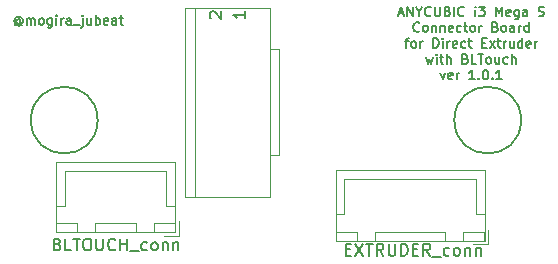
<source format=gto>
G04 #@! TF.GenerationSoftware,KiCad,Pcbnew,(5.1.2)-1*
G04 #@! TF.CreationDate,2020-09-10T07:29:52+09:00*
G04 #@! TF.ProjectId,Ai3MS_connector_board,4169334d-535f-4636-9f6e-6e6563746f72,rev?*
G04 #@! TF.SameCoordinates,PX7efb530PY7b459e0*
G04 #@! TF.FileFunction,Legend,Top*
G04 #@! TF.FilePolarity,Positive*
%FSLAX46Y46*%
G04 Gerber Fmt 4.6, Leading zero omitted, Abs format (unit mm)*
G04 Created by KiCad (PCBNEW (5.1.2)-1) date 2020-09-10 07:29:52*
%MOMM*%
%LPD*%
G04 APERTURE LIST*
%ADD10C,0.140000*%
%ADD11C,0.120000*%
%ADD12C,0.150000*%
G04 APERTURE END LIST*
D10*
X1916904Y20444048D02*
X1878809Y20482143D01*
X1802619Y20520239D01*
X1726428Y20520239D01*
X1650238Y20482143D01*
X1612142Y20444048D01*
X1574047Y20367858D01*
X1574047Y20291667D01*
X1612142Y20215477D01*
X1650238Y20177381D01*
X1726428Y20139286D01*
X1802619Y20139286D01*
X1878809Y20177381D01*
X1916904Y20215477D01*
X1916904Y20520239D02*
X1916904Y20215477D01*
X1955000Y20177381D01*
X1993095Y20177381D01*
X2069285Y20215477D01*
X2107380Y20291667D01*
X2107380Y20482143D01*
X2031190Y20596429D01*
X1916904Y20672620D01*
X1764523Y20710715D01*
X1612142Y20672620D01*
X1497857Y20596429D01*
X1421666Y20482143D01*
X1383571Y20329762D01*
X1421666Y20177381D01*
X1497857Y20063096D01*
X1612142Y19986905D01*
X1764523Y19948810D01*
X1916904Y19986905D01*
X2031190Y20063096D01*
X2450238Y20063096D02*
X2450238Y20596429D01*
X2450238Y20520239D02*
X2488333Y20558334D01*
X2564523Y20596429D01*
X2678809Y20596429D01*
X2755000Y20558334D01*
X2793095Y20482143D01*
X2793095Y20063096D01*
X2793095Y20482143D02*
X2831190Y20558334D01*
X2907380Y20596429D01*
X3021666Y20596429D01*
X3097857Y20558334D01*
X3135952Y20482143D01*
X3135952Y20063096D01*
X3631190Y20063096D02*
X3555000Y20101191D01*
X3516904Y20139286D01*
X3478809Y20215477D01*
X3478809Y20444048D01*
X3516904Y20520239D01*
X3555000Y20558334D01*
X3631190Y20596429D01*
X3745476Y20596429D01*
X3821666Y20558334D01*
X3859761Y20520239D01*
X3897857Y20444048D01*
X3897857Y20215477D01*
X3859761Y20139286D01*
X3821666Y20101191D01*
X3745476Y20063096D01*
X3631190Y20063096D01*
X4583571Y20596429D02*
X4583571Y19948810D01*
X4545476Y19872620D01*
X4507380Y19834524D01*
X4431190Y19796429D01*
X4316904Y19796429D01*
X4240714Y19834524D01*
X4583571Y20101191D02*
X4507380Y20063096D01*
X4355000Y20063096D01*
X4278809Y20101191D01*
X4240714Y20139286D01*
X4202619Y20215477D01*
X4202619Y20444048D01*
X4240714Y20520239D01*
X4278809Y20558334D01*
X4355000Y20596429D01*
X4507380Y20596429D01*
X4583571Y20558334D01*
X4964523Y20063096D02*
X4964523Y20596429D01*
X4964523Y20863096D02*
X4926428Y20825000D01*
X4964523Y20786905D01*
X5002619Y20825000D01*
X4964523Y20863096D01*
X4964523Y20786905D01*
X5345476Y20063096D02*
X5345476Y20596429D01*
X5345476Y20444048D02*
X5383571Y20520239D01*
X5421666Y20558334D01*
X5497857Y20596429D01*
X5574047Y20596429D01*
X6183571Y20063096D02*
X6183571Y20482143D01*
X6145476Y20558334D01*
X6069285Y20596429D01*
X5916904Y20596429D01*
X5840714Y20558334D01*
X6183571Y20101191D02*
X6107380Y20063096D01*
X5916904Y20063096D01*
X5840714Y20101191D01*
X5802619Y20177381D01*
X5802619Y20253572D01*
X5840714Y20329762D01*
X5916904Y20367858D01*
X6107380Y20367858D01*
X6183571Y20405953D01*
X6374047Y19986905D02*
X6983571Y19986905D01*
X7174047Y20596429D02*
X7174047Y19910715D01*
X7135952Y19834524D01*
X7059761Y19796429D01*
X7021666Y19796429D01*
X7174047Y20863096D02*
X7135952Y20825000D01*
X7174047Y20786905D01*
X7212142Y20825000D01*
X7174047Y20863096D01*
X7174047Y20786905D01*
X7897857Y20596429D02*
X7897857Y20063096D01*
X7555000Y20596429D02*
X7555000Y20177381D01*
X7593095Y20101191D01*
X7669285Y20063096D01*
X7783571Y20063096D01*
X7859761Y20101191D01*
X7897857Y20139286D01*
X8278809Y20063096D02*
X8278809Y20863096D01*
X8278809Y20558334D02*
X8355000Y20596429D01*
X8507380Y20596429D01*
X8583571Y20558334D01*
X8621666Y20520239D01*
X8659761Y20444048D01*
X8659761Y20215477D01*
X8621666Y20139286D01*
X8583571Y20101191D01*
X8507380Y20063096D01*
X8355000Y20063096D01*
X8278809Y20101191D01*
X9307380Y20101191D02*
X9231190Y20063096D01*
X9078809Y20063096D01*
X9002619Y20101191D01*
X8964523Y20177381D01*
X8964523Y20482143D01*
X9002619Y20558334D01*
X9078809Y20596429D01*
X9231190Y20596429D01*
X9307380Y20558334D01*
X9345476Y20482143D01*
X9345476Y20405953D01*
X8964523Y20329762D01*
X10031190Y20063096D02*
X10031190Y20482143D01*
X9993095Y20558334D01*
X9916904Y20596429D01*
X9764523Y20596429D01*
X9688333Y20558334D01*
X10031190Y20101191D02*
X9955000Y20063096D01*
X9764523Y20063096D01*
X9688333Y20101191D01*
X9650238Y20177381D01*
X9650238Y20253572D01*
X9688333Y20329762D01*
X9764523Y20367858D01*
X9955000Y20367858D01*
X10031190Y20405953D01*
X10297857Y20596429D02*
X10602619Y20596429D01*
X10412142Y20863096D02*
X10412142Y20177381D01*
X10450238Y20101191D01*
X10526428Y20063096D01*
X10602619Y20063096D01*
X33937619Y21016667D02*
X34318571Y21016667D01*
X33861428Y20788096D02*
X34128095Y21588096D01*
X34394761Y20788096D01*
X34661428Y20788096D02*
X34661428Y21588096D01*
X35118571Y20788096D01*
X35118571Y21588096D01*
X35651904Y21169048D02*
X35651904Y20788096D01*
X35385238Y21588096D02*
X35651904Y21169048D01*
X35918571Y21588096D01*
X36642380Y20864286D02*
X36604285Y20826191D01*
X36490000Y20788096D01*
X36413809Y20788096D01*
X36299523Y20826191D01*
X36223333Y20902381D01*
X36185238Y20978572D01*
X36147142Y21130953D01*
X36147142Y21245239D01*
X36185238Y21397620D01*
X36223333Y21473810D01*
X36299523Y21550000D01*
X36413809Y21588096D01*
X36490000Y21588096D01*
X36604285Y21550000D01*
X36642380Y21511905D01*
X36985238Y21588096D02*
X36985238Y20940477D01*
X37023333Y20864286D01*
X37061428Y20826191D01*
X37137619Y20788096D01*
X37290000Y20788096D01*
X37366190Y20826191D01*
X37404285Y20864286D01*
X37442380Y20940477D01*
X37442380Y21588096D01*
X38090000Y21207143D02*
X38204285Y21169048D01*
X38242380Y21130953D01*
X38280476Y21054762D01*
X38280476Y20940477D01*
X38242380Y20864286D01*
X38204285Y20826191D01*
X38128095Y20788096D01*
X37823333Y20788096D01*
X37823333Y21588096D01*
X38090000Y21588096D01*
X38166190Y21550000D01*
X38204285Y21511905D01*
X38242380Y21435715D01*
X38242380Y21359524D01*
X38204285Y21283334D01*
X38166190Y21245239D01*
X38090000Y21207143D01*
X37823333Y21207143D01*
X38623333Y20788096D02*
X38623333Y21588096D01*
X39461428Y20864286D02*
X39423333Y20826191D01*
X39309047Y20788096D01*
X39232857Y20788096D01*
X39118571Y20826191D01*
X39042380Y20902381D01*
X39004285Y20978572D01*
X38966190Y21130953D01*
X38966190Y21245239D01*
X39004285Y21397620D01*
X39042380Y21473810D01*
X39118571Y21550000D01*
X39232857Y21588096D01*
X39309047Y21588096D01*
X39423333Y21550000D01*
X39461428Y21511905D01*
X40413809Y20788096D02*
X40413809Y21321429D01*
X40413809Y21588096D02*
X40375714Y21550000D01*
X40413809Y21511905D01*
X40451904Y21550000D01*
X40413809Y21588096D01*
X40413809Y21511905D01*
X40718571Y21588096D02*
X41213809Y21588096D01*
X40947142Y21283334D01*
X41061428Y21283334D01*
X41137619Y21245239D01*
X41175714Y21207143D01*
X41213809Y21130953D01*
X41213809Y20940477D01*
X41175714Y20864286D01*
X41137619Y20826191D01*
X41061428Y20788096D01*
X40832857Y20788096D01*
X40756666Y20826191D01*
X40718571Y20864286D01*
X42166190Y20788096D02*
X42166190Y21588096D01*
X42432857Y21016667D01*
X42699523Y21588096D01*
X42699523Y20788096D01*
X43385238Y20826191D02*
X43309047Y20788096D01*
X43156666Y20788096D01*
X43080476Y20826191D01*
X43042380Y20902381D01*
X43042380Y21207143D01*
X43080476Y21283334D01*
X43156666Y21321429D01*
X43309047Y21321429D01*
X43385238Y21283334D01*
X43423333Y21207143D01*
X43423333Y21130953D01*
X43042380Y21054762D01*
X44109047Y21321429D02*
X44109047Y20673810D01*
X44070952Y20597620D01*
X44032857Y20559524D01*
X43956666Y20521429D01*
X43842380Y20521429D01*
X43766190Y20559524D01*
X44109047Y20826191D02*
X44032857Y20788096D01*
X43880476Y20788096D01*
X43804285Y20826191D01*
X43766190Y20864286D01*
X43728095Y20940477D01*
X43728095Y21169048D01*
X43766190Y21245239D01*
X43804285Y21283334D01*
X43880476Y21321429D01*
X44032857Y21321429D01*
X44109047Y21283334D01*
X44832857Y20788096D02*
X44832857Y21207143D01*
X44794761Y21283334D01*
X44718571Y21321429D01*
X44566190Y21321429D01*
X44490000Y21283334D01*
X44832857Y20826191D02*
X44756666Y20788096D01*
X44566190Y20788096D01*
X44490000Y20826191D01*
X44451904Y20902381D01*
X44451904Y20978572D01*
X44490000Y21054762D01*
X44566190Y21092858D01*
X44756666Y21092858D01*
X44832857Y21130953D01*
X45785238Y20826191D02*
X45899523Y20788096D01*
X46090000Y20788096D01*
X46166190Y20826191D01*
X46204285Y20864286D01*
X46242380Y20940477D01*
X46242380Y21016667D01*
X46204285Y21092858D01*
X46166190Y21130953D01*
X46090000Y21169048D01*
X45937619Y21207143D01*
X45861428Y21245239D01*
X45823333Y21283334D01*
X45785238Y21359524D01*
X45785238Y21435715D01*
X45823333Y21511905D01*
X45861428Y21550000D01*
X45937619Y21588096D01*
X46128095Y21588096D01*
X46242380Y21550000D01*
X35690000Y19524286D02*
X35651904Y19486191D01*
X35537619Y19448096D01*
X35461428Y19448096D01*
X35347142Y19486191D01*
X35270952Y19562381D01*
X35232857Y19638572D01*
X35194761Y19790953D01*
X35194761Y19905239D01*
X35232857Y20057620D01*
X35270952Y20133810D01*
X35347142Y20210000D01*
X35461428Y20248096D01*
X35537619Y20248096D01*
X35651904Y20210000D01*
X35690000Y20171905D01*
X36147142Y19448096D02*
X36070952Y19486191D01*
X36032857Y19524286D01*
X35994761Y19600477D01*
X35994761Y19829048D01*
X36032857Y19905239D01*
X36070952Y19943334D01*
X36147142Y19981429D01*
X36261428Y19981429D01*
X36337619Y19943334D01*
X36375714Y19905239D01*
X36413809Y19829048D01*
X36413809Y19600477D01*
X36375714Y19524286D01*
X36337619Y19486191D01*
X36261428Y19448096D01*
X36147142Y19448096D01*
X36756666Y19981429D02*
X36756666Y19448096D01*
X36756666Y19905239D02*
X36794761Y19943334D01*
X36870952Y19981429D01*
X36985238Y19981429D01*
X37061428Y19943334D01*
X37099523Y19867143D01*
X37099523Y19448096D01*
X37480476Y19981429D02*
X37480476Y19448096D01*
X37480476Y19905239D02*
X37518571Y19943334D01*
X37594761Y19981429D01*
X37709047Y19981429D01*
X37785238Y19943334D01*
X37823333Y19867143D01*
X37823333Y19448096D01*
X38509047Y19486191D02*
X38432857Y19448096D01*
X38280476Y19448096D01*
X38204285Y19486191D01*
X38166190Y19562381D01*
X38166190Y19867143D01*
X38204285Y19943334D01*
X38280476Y19981429D01*
X38432857Y19981429D01*
X38509047Y19943334D01*
X38547142Y19867143D01*
X38547142Y19790953D01*
X38166190Y19714762D01*
X39232857Y19486191D02*
X39156666Y19448096D01*
X39004285Y19448096D01*
X38928095Y19486191D01*
X38890000Y19524286D01*
X38851904Y19600477D01*
X38851904Y19829048D01*
X38890000Y19905239D01*
X38928095Y19943334D01*
X39004285Y19981429D01*
X39156666Y19981429D01*
X39232857Y19943334D01*
X39461428Y19981429D02*
X39766190Y19981429D01*
X39575714Y20248096D02*
X39575714Y19562381D01*
X39613809Y19486191D01*
X39690000Y19448096D01*
X39766190Y19448096D01*
X40147142Y19448096D02*
X40070952Y19486191D01*
X40032857Y19524286D01*
X39994761Y19600477D01*
X39994761Y19829048D01*
X40032857Y19905239D01*
X40070952Y19943334D01*
X40147142Y19981429D01*
X40261428Y19981429D01*
X40337619Y19943334D01*
X40375714Y19905239D01*
X40413809Y19829048D01*
X40413809Y19600477D01*
X40375714Y19524286D01*
X40337619Y19486191D01*
X40261428Y19448096D01*
X40147142Y19448096D01*
X40756666Y19448096D02*
X40756666Y19981429D01*
X40756666Y19829048D02*
X40794761Y19905239D01*
X40832857Y19943334D01*
X40909047Y19981429D01*
X40985238Y19981429D01*
X42128095Y19867143D02*
X42242380Y19829048D01*
X42280476Y19790953D01*
X42318571Y19714762D01*
X42318571Y19600477D01*
X42280476Y19524286D01*
X42242380Y19486191D01*
X42166190Y19448096D01*
X41861428Y19448096D01*
X41861428Y20248096D01*
X42128095Y20248096D01*
X42204285Y20210000D01*
X42242380Y20171905D01*
X42280476Y20095715D01*
X42280476Y20019524D01*
X42242380Y19943334D01*
X42204285Y19905239D01*
X42128095Y19867143D01*
X41861428Y19867143D01*
X42775714Y19448096D02*
X42699523Y19486191D01*
X42661428Y19524286D01*
X42623333Y19600477D01*
X42623333Y19829048D01*
X42661428Y19905239D01*
X42699523Y19943334D01*
X42775714Y19981429D01*
X42890000Y19981429D01*
X42966190Y19943334D01*
X43004285Y19905239D01*
X43042380Y19829048D01*
X43042380Y19600477D01*
X43004285Y19524286D01*
X42966190Y19486191D01*
X42890000Y19448096D01*
X42775714Y19448096D01*
X43728095Y19448096D02*
X43728095Y19867143D01*
X43690000Y19943334D01*
X43613809Y19981429D01*
X43461428Y19981429D01*
X43385238Y19943334D01*
X43728095Y19486191D02*
X43651904Y19448096D01*
X43461428Y19448096D01*
X43385238Y19486191D01*
X43347142Y19562381D01*
X43347142Y19638572D01*
X43385238Y19714762D01*
X43461428Y19752858D01*
X43651904Y19752858D01*
X43728095Y19790953D01*
X44109047Y19448096D02*
X44109047Y19981429D01*
X44109047Y19829048D02*
X44147142Y19905239D01*
X44185238Y19943334D01*
X44261428Y19981429D01*
X44337619Y19981429D01*
X44947142Y19448096D02*
X44947142Y20248096D01*
X44947142Y19486191D02*
X44870952Y19448096D01*
X44718571Y19448096D01*
X44642380Y19486191D01*
X44604285Y19524286D01*
X44566190Y19600477D01*
X44566190Y19829048D01*
X44604285Y19905239D01*
X44642380Y19943334D01*
X44718571Y19981429D01*
X44870952Y19981429D01*
X44947142Y19943334D01*
X34490000Y18641429D02*
X34794761Y18641429D01*
X34604285Y18108096D02*
X34604285Y18793810D01*
X34642380Y18870000D01*
X34718571Y18908096D01*
X34794761Y18908096D01*
X35175714Y18108096D02*
X35099523Y18146191D01*
X35061428Y18184286D01*
X35023333Y18260477D01*
X35023333Y18489048D01*
X35061428Y18565239D01*
X35099523Y18603334D01*
X35175714Y18641429D01*
X35290000Y18641429D01*
X35366190Y18603334D01*
X35404285Y18565239D01*
X35442380Y18489048D01*
X35442380Y18260477D01*
X35404285Y18184286D01*
X35366190Y18146191D01*
X35290000Y18108096D01*
X35175714Y18108096D01*
X35785238Y18108096D02*
X35785238Y18641429D01*
X35785238Y18489048D02*
X35823333Y18565239D01*
X35861428Y18603334D01*
X35937619Y18641429D01*
X36013809Y18641429D01*
X36890000Y18108096D02*
X36890000Y18908096D01*
X37080476Y18908096D01*
X37194761Y18870000D01*
X37270952Y18793810D01*
X37309047Y18717620D01*
X37347142Y18565239D01*
X37347142Y18450953D01*
X37309047Y18298572D01*
X37270952Y18222381D01*
X37194761Y18146191D01*
X37080476Y18108096D01*
X36890000Y18108096D01*
X37690000Y18108096D02*
X37690000Y18641429D01*
X37690000Y18908096D02*
X37651904Y18870000D01*
X37690000Y18831905D01*
X37728095Y18870000D01*
X37690000Y18908096D01*
X37690000Y18831905D01*
X38070952Y18108096D02*
X38070952Y18641429D01*
X38070952Y18489048D02*
X38109047Y18565239D01*
X38147142Y18603334D01*
X38223333Y18641429D01*
X38299523Y18641429D01*
X38870952Y18146191D02*
X38794761Y18108096D01*
X38642380Y18108096D01*
X38566190Y18146191D01*
X38528095Y18222381D01*
X38528095Y18527143D01*
X38566190Y18603334D01*
X38642380Y18641429D01*
X38794761Y18641429D01*
X38870952Y18603334D01*
X38909047Y18527143D01*
X38909047Y18450953D01*
X38528095Y18374762D01*
X39594761Y18146191D02*
X39518571Y18108096D01*
X39366190Y18108096D01*
X39290000Y18146191D01*
X39251904Y18184286D01*
X39213809Y18260477D01*
X39213809Y18489048D01*
X39251904Y18565239D01*
X39290000Y18603334D01*
X39366190Y18641429D01*
X39518571Y18641429D01*
X39594761Y18603334D01*
X39823333Y18641429D02*
X40128095Y18641429D01*
X39937619Y18908096D02*
X39937619Y18222381D01*
X39975714Y18146191D01*
X40051904Y18108096D01*
X40128095Y18108096D01*
X41004285Y18527143D02*
X41270952Y18527143D01*
X41385238Y18108096D02*
X41004285Y18108096D01*
X41004285Y18908096D01*
X41385238Y18908096D01*
X41651904Y18108096D02*
X42070952Y18641429D01*
X41651904Y18641429D02*
X42070952Y18108096D01*
X42261428Y18641429D02*
X42566190Y18641429D01*
X42375714Y18908096D02*
X42375714Y18222381D01*
X42413809Y18146191D01*
X42490000Y18108096D01*
X42566190Y18108096D01*
X42832857Y18108096D02*
X42832857Y18641429D01*
X42832857Y18489048D02*
X42870952Y18565239D01*
X42909047Y18603334D01*
X42985238Y18641429D01*
X43061428Y18641429D01*
X43670952Y18641429D02*
X43670952Y18108096D01*
X43328095Y18641429D02*
X43328095Y18222381D01*
X43366190Y18146191D01*
X43442380Y18108096D01*
X43556666Y18108096D01*
X43632857Y18146191D01*
X43670952Y18184286D01*
X44394761Y18108096D02*
X44394761Y18908096D01*
X44394761Y18146191D02*
X44318571Y18108096D01*
X44166190Y18108096D01*
X44090000Y18146191D01*
X44051904Y18184286D01*
X44013809Y18260477D01*
X44013809Y18489048D01*
X44051904Y18565239D01*
X44090000Y18603334D01*
X44166190Y18641429D01*
X44318571Y18641429D01*
X44394761Y18603334D01*
X45080476Y18146191D02*
X45004285Y18108096D01*
X44851904Y18108096D01*
X44775714Y18146191D01*
X44737619Y18222381D01*
X44737619Y18527143D01*
X44775714Y18603334D01*
X44851904Y18641429D01*
X45004285Y18641429D01*
X45080476Y18603334D01*
X45118571Y18527143D01*
X45118571Y18450953D01*
X44737619Y18374762D01*
X45461428Y18108096D02*
X45461428Y18641429D01*
X45461428Y18489048D02*
X45499523Y18565239D01*
X45537619Y18603334D01*
X45613809Y18641429D01*
X45690000Y18641429D01*
X36242380Y17301429D02*
X36394761Y16768096D01*
X36547142Y17149048D01*
X36699523Y16768096D01*
X36851904Y17301429D01*
X37156666Y16768096D02*
X37156666Y17301429D01*
X37156666Y17568096D02*
X37118571Y17530000D01*
X37156666Y17491905D01*
X37194761Y17530000D01*
X37156666Y17568096D01*
X37156666Y17491905D01*
X37423333Y17301429D02*
X37728095Y17301429D01*
X37537619Y17568096D02*
X37537619Y16882381D01*
X37575714Y16806191D01*
X37651904Y16768096D01*
X37728095Y16768096D01*
X37994761Y16768096D02*
X37994761Y17568096D01*
X38337619Y16768096D02*
X38337619Y17187143D01*
X38299523Y17263334D01*
X38223333Y17301429D01*
X38109047Y17301429D01*
X38032857Y17263334D01*
X37994761Y17225239D01*
X39594761Y17187143D02*
X39709047Y17149048D01*
X39747142Y17110953D01*
X39785238Y17034762D01*
X39785238Y16920477D01*
X39747142Y16844286D01*
X39709047Y16806191D01*
X39632857Y16768096D01*
X39328095Y16768096D01*
X39328095Y17568096D01*
X39594761Y17568096D01*
X39670952Y17530000D01*
X39709047Y17491905D01*
X39747142Y17415715D01*
X39747142Y17339524D01*
X39709047Y17263334D01*
X39670952Y17225239D01*
X39594761Y17187143D01*
X39328095Y17187143D01*
X40509047Y16768096D02*
X40128095Y16768096D01*
X40128095Y17568096D01*
X40661428Y17568096D02*
X41118571Y17568096D01*
X40890000Y16768096D02*
X40890000Y17568096D01*
X41499523Y16768096D02*
X41423333Y16806191D01*
X41385238Y16844286D01*
X41347142Y16920477D01*
X41347142Y17149048D01*
X41385238Y17225239D01*
X41423333Y17263334D01*
X41499523Y17301429D01*
X41613809Y17301429D01*
X41690000Y17263334D01*
X41728095Y17225239D01*
X41766190Y17149048D01*
X41766190Y16920477D01*
X41728095Y16844286D01*
X41690000Y16806191D01*
X41613809Y16768096D01*
X41499523Y16768096D01*
X42451904Y17301429D02*
X42451904Y16768096D01*
X42109047Y17301429D02*
X42109047Y16882381D01*
X42147142Y16806191D01*
X42223333Y16768096D01*
X42337619Y16768096D01*
X42413809Y16806191D01*
X42451904Y16844286D01*
X43175714Y16806191D02*
X43099523Y16768096D01*
X42947142Y16768096D01*
X42870952Y16806191D01*
X42832857Y16844286D01*
X42794761Y16920477D01*
X42794761Y17149048D01*
X42832857Y17225239D01*
X42870952Y17263334D01*
X42947142Y17301429D01*
X43099523Y17301429D01*
X43175714Y17263334D01*
X43518571Y16768096D02*
X43518571Y17568096D01*
X43861428Y16768096D02*
X43861428Y17187143D01*
X43823333Y17263334D01*
X43747142Y17301429D01*
X43632857Y17301429D01*
X43556666Y17263334D01*
X43518571Y17225239D01*
X37480476Y15961429D02*
X37670952Y15428096D01*
X37861428Y15961429D01*
X38470952Y15466191D02*
X38394761Y15428096D01*
X38242380Y15428096D01*
X38166190Y15466191D01*
X38128095Y15542381D01*
X38128095Y15847143D01*
X38166190Y15923334D01*
X38242380Y15961429D01*
X38394761Y15961429D01*
X38470952Y15923334D01*
X38509047Y15847143D01*
X38509047Y15770953D01*
X38128095Y15694762D01*
X38851904Y15428096D02*
X38851904Y15961429D01*
X38851904Y15809048D02*
X38890000Y15885239D01*
X38928095Y15923334D01*
X39004285Y15961429D01*
X39080476Y15961429D01*
X40375714Y15428096D02*
X39918571Y15428096D01*
X40147142Y15428096D02*
X40147142Y16228096D01*
X40070952Y16113810D01*
X39994761Y16037620D01*
X39918571Y15999524D01*
X40718571Y15504286D02*
X40756666Y15466191D01*
X40718571Y15428096D01*
X40680476Y15466191D01*
X40718571Y15504286D01*
X40718571Y15428096D01*
X41251904Y16228096D02*
X41328095Y16228096D01*
X41404285Y16190000D01*
X41442380Y16151905D01*
X41480476Y16075715D01*
X41518571Y15923334D01*
X41518571Y15732858D01*
X41480476Y15580477D01*
X41442380Y15504286D01*
X41404285Y15466191D01*
X41328095Y15428096D01*
X41251904Y15428096D01*
X41175714Y15466191D01*
X41137619Y15504286D01*
X41099523Y15580477D01*
X41061428Y15732858D01*
X41061428Y15923334D01*
X41099523Y16075715D01*
X41137619Y16151905D01*
X41175714Y16190000D01*
X41251904Y16228096D01*
X41861428Y15504286D02*
X41899523Y15466191D01*
X41861428Y15428096D01*
X41823333Y15466191D01*
X41861428Y15504286D01*
X41861428Y15428096D01*
X42661428Y15428096D02*
X42204285Y15428096D01*
X42432857Y15428096D02*
X42432857Y16228096D01*
X42356666Y16113810D01*
X42280476Y16037620D01*
X42204285Y15999524D01*
D11*
X16680000Y21500000D02*
X16680000Y5500000D01*
X23780000Y9000000D02*
X23080000Y9000000D01*
X23780000Y18000000D02*
X23080000Y18000000D01*
X23780000Y18000000D02*
X23780000Y9000000D01*
X15880000Y21500000D02*
X15880000Y5500000D01*
X23080000Y21500000D02*
X23080000Y5500000D01*
X23080000Y5500000D02*
X15880000Y5500000D01*
X23080000Y21500000D02*
X15880000Y21500000D01*
D12*
X44305000Y11975000D02*
G75*
G03X44305000Y11975000I-2825000J0D01*
G01*
X8455000Y11975000D02*
G75*
G03X8455000Y11975000I-2825000J0D01*
G01*
D11*
X15015000Y2465000D02*
X15015000Y8435000D01*
X15015000Y8435000D02*
X4895000Y8435000D01*
X4895000Y8435000D02*
X4895000Y2465000D01*
X4895000Y2465000D02*
X15015000Y2465000D01*
X11705000Y2475000D02*
X11705000Y3225000D01*
X11705000Y3225000D02*
X8205000Y3225000D01*
X8205000Y3225000D02*
X8205000Y2475000D01*
X8205000Y2475000D02*
X11705000Y2475000D01*
X15005000Y2475000D02*
X15005000Y3225000D01*
X15005000Y3225000D02*
X13205000Y3225000D01*
X13205000Y3225000D02*
X13205000Y2475000D01*
X13205000Y2475000D02*
X15005000Y2475000D01*
X6705000Y2475000D02*
X6705000Y3225000D01*
X6705000Y3225000D02*
X4905000Y3225000D01*
X4905000Y3225000D02*
X4905000Y2475000D01*
X4905000Y2475000D02*
X6705000Y2475000D01*
X15005000Y4725000D02*
X14255000Y4725000D01*
X14255000Y4725000D02*
X14255000Y7675000D01*
X14255000Y7675000D02*
X9955000Y7675000D01*
X4905000Y4725000D02*
X5655000Y4725000D01*
X5655000Y4725000D02*
X5655000Y7675000D01*
X5655000Y7675000D02*
X9955000Y7675000D01*
X14055000Y2175000D02*
X15305000Y2175000D01*
X15305000Y2175000D02*
X15305000Y3425000D01*
X41215000Y1740000D02*
X41215000Y7710000D01*
X41215000Y7710000D02*
X28595000Y7710000D01*
X28595000Y7710000D02*
X28595000Y1740000D01*
X28595000Y1740000D02*
X41215000Y1740000D01*
X37905000Y1750000D02*
X37905000Y2500000D01*
X37905000Y2500000D02*
X31905000Y2500000D01*
X31905000Y2500000D02*
X31905000Y1750000D01*
X31905000Y1750000D02*
X37905000Y1750000D01*
X41205000Y1750000D02*
X41205000Y2500000D01*
X41205000Y2500000D02*
X39405000Y2500000D01*
X39405000Y2500000D02*
X39405000Y1750000D01*
X39405000Y1750000D02*
X41205000Y1750000D01*
X30405000Y1750000D02*
X30405000Y2500000D01*
X30405000Y2500000D02*
X28605000Y2500000D01*
X28605000Y2500000D02*
X28605000Y1750000D01*
X28605000Y1750000D02*
X30405000Y1750000D01*
X41205000Y4000000D02*
X40455000Y4000000D01*
X40455000Y4000000D02*
X40455000Y6950000D01*
X40455000Y6950000D02*
X34905000Y6950000D01*
X28605000Y4000000D02*
X29355000Y4000000D01*
X29355000Y4000000D02*
X29355000Y6950000D01*
X29355000Y6950000D02*
X34905000Y6950000D01*
X40255000Y1450000D02*
X41505000Y1450000D01*
X41505000Y1450000D02*
X41505000Y2700000D01*
D12*
X18027619Y20614286D02*
X17980000Y20661905D01*
X17932380Y20757143D01*
X17932380Y20995239D01*
X17980000Y21090477D01*
X18027619Y21138096D01*
X18122857Y21185715D01*
X18218095Y21185715D01*
X18360952Y21138096D01*
X18932380Y20566667D01*
X18932380Y21185715D01*
X20932380Y21185715D02*
X20932380Y20614286D01*
X20932380Y20900000D02*
X19932380Y20900000D01*
X20075238Y20804762D01*
X20170476Y20709524D01*
X20218095Y20614286D01*
X5052619Y1471429D02*
X5195476Y1423810D01*
X5243095Y1376191D01*
X5290714Y1280953D01*
X5290714Y1138096D01*
X5243095Y1042858D01*
X5195476Y995239D01*
X5100238Y947620D01*
X4719285Y947620D01*
X4719285Y1947620D01*
X5052619Y1947620D01*
X5147857Y1900000D01*
X5195476Y1852381D01*
X5243095Y1757143D01*
X5243095Y1661905D01*
X5195476Y1566667D01*
X5147857Y1519048D01*
X5052619Y1471429D01*
X4719285Y1471429D01*
X6195476Y947620D02*
X5719285Y947620D01*
X5719285Y1947620D01*
X6385952Y1947620D02*
X6957380Y1947620D01*
X6671666Y947620D02*
X6671666Y1947620D01*
X7481190Y1947620D02*
X7671666Y1947620D01*
X7766904Y1900000D01*
X7862142Y1804762D01*
X7909761Y1614286D01*
X7909761Y1280953D01*
X7862142Y1090477D01*
X7766904Y995239D01*
X7671666Y947620D01*
X7481190Y947620D01*
X7385952Y995239D01*
X7290714Y1090477D01*
X7243095Y1280953D01*
X7243095Y1614286D01*
X7290714Y1804762D01*
X7385952Y1900000D01*
X7481190Y1947620D01*
X8338333Y1947620D02*
X8338333Y1138096D01*
X8385952Y1042858D01*
X8433571Y995239D01*
X8528809Y947620D01*
X8719285Y947620D01*
X8814523Y995239D01*
X8862142Y1042858D01*
X8909761Y1138096D01*
X8909761Y1947620D01*
X9957380Y1042858D02*
X9909761Y995239D01*
X9766904Y947620D01*
X9671666Y947620D01*
X9528809Y995239D01*
X9433571Y1090477D01*
X9385952Y1185715D01*
X9338333Y1376191D01*
X9338333Y1519048D01*
X9385952Y1709524D01*
X9433571Y1804762D01*
X9528809Y1900000D01*
X9671666Y1947620D01*
X9766904Y1947620D01*
X9909761Y1900000D01*
X9957380Y1852381D01*
X10385952Y947620D02*
X10385952Y1947620D01*
X10385952Y1471429D02*
X10957380Y1471429D01*
X10957380Y947620D02*
X10957380Y1947620D01*
X11195476Y852381D02*
X11957380Y852381D01*
X12624047Y995239D02*
X12528809Y947620D01*
X12338333Y947620D01*
X12243095Y995239D01*
X12195476Y1042858D01*
X12147857Y1138096D01*
X12147857Y1423810D01*
X12195476Y1519048D01*
X12243095Y1566667D01*
X12338333Y1614286D01*
X12528809Y1614286D01*
X12624047Y1566667D01*
X13195476Y947620D02*
X13100238Y995239D01*
X13052619Y1042858D01*
X13005000Y1138096D01*
X13005000Y1423810D01*
X13052619Y1519048D01*
X13100238Y1566667D01*
X13195476Y1614286D01*
X13338333Y1614286D01*
X13433571Y1566667D01*
X13481190Y1519048D01*
X13528809Y1423810D01*
X13528809Y1138096D01*
X13481190Y1042858D01*
X13433571Y995239D01*
X13338333Y947620D01*
X13195476Y947620D01*
X13957380Y1614286D02*
X13957380Y947620D01*
X13957380Y1519048D02*
X14005000Y1566667D01*
X14100238Y1614286D01*
X14243095Y1614286D01*
X14338333Y1566667D01*
X14385952Y1471429D01*
X14385952Y947620D01*
X14862142Y1614286D02*
X14862142Y947620D01*
X14862142Y1519048D02*
X14909761Y1566667D01*
X15005000Y1614286D01*
X15147857Y1614286D01*
X15243095Y1566667D01*
X15290714Y1471429D01*
X15290714Y947620D01*
X29465714Y1021429D02*
X29799047Y1021429D01*
X29941904Y497620D02*
X29465714Y497620D01*
X29465714Y1497620D01*
X29941904Y1497620D01*
X30275238Y1497620D02*
X30941904Y497620D01*
X30941904Y1497620D02*
X30275238Y497620D01*
X31180000Y1497620D02*
X31751428Y1497620D01*
X31465714Y497620D02*
X31465714Y1497620D01*
X32656190Y497620D02*
X32322857Y973810D01*
X32084761Y497620D02*
X32084761Y1497620D01*
X32465714Y1497620D01*
X32560952Y1450000D01*
X32608571Y1402381D01*
X32656190Y1307143D01*
X32656190Y1164286D01*
X32608571Y1069048D01*
X32560952Y1021429D01*
X32465714Y973810D01*
X32084761Y973810D01*
X33084761Y1497620D02*
X33084761Y688096D01*
X33132380Y592858D01*
X33180000Y545239D01*
X33275238Y497620D01*
X33465714Y497620D01*
X33560952Y545239D01*
X33608571Y592858D01*
X33656190Y688096D01*
X33656190Y1497620D01*
X34132380Y497620D02*
X34132380Y1497620D01*
X34370476Y1497620D01*
X34513333Y1450000D01*
X34608571Y1354762D01*
X34656190Y1259524D01*
X34703809Y1069048D01*
X34703809Y926191D01*
X34656190Y735715D01*
X34608571Y640477D01*
X34513333Y545239D01*
X34370476Y497620D01*
X34132380Y497620D01*
X35132380Y1021429D02*
X35465714Y1021429D01*
X35608571Y497620D02*
X35132380Y497620D01*
X35132380Y1497620D01*
X35608571Y1497620D01*
X36608571Y497620D02*
X36275238Y973810D01*
X36037142Y497620D02*
X36037142Y1497620D01*
X36418095Y1497620D01*
X36513333Y1450000D01*
X36560952Y1402381D01*
X36608571Y1307143D01*
X36608571Y1164286D01*
X36560952Y1069048D01*
X36513333Y1021429D01*
X36418095Y973810D01*
X36037142Y973810D01*
X36799047Y402381D02*
X37560952Y402381D01*
X38227619Y545239D02*
X38132380Y497620D01*
X37941904Y497620D01*
X37846666Y545239D01*
X37799047Y592858D01*
X37751428Y688096D01*
X37751428Y973810D01*
X37799047Y1069048D01*
X37846666Y1116667D01*
X37941904Y1164286D01*
X38132380Y1164286D01*
X38227619Y1116667D01*
X38799047Y497620D02*
X38703809Y545239D01*
X38656190Y592858D01*
X38608571Y688096D01*
X38608571Y973810D01*
X38656190Y1069048D01*
X38703809Y1116667D01*
X38799047Y1164286D01*
X38941904Y1164286D01*
X39037142Y1116667D01*
X39084761Y1069048D01*
X39132380Y973810D01*
X39132380Y688096D01*
X39084761Y592858D01*
X39037142Y545239D01*
X38941904Y497620D01*
X38799047Y497620D01*
X39560952Y1164286D02*
X39560952Y497620D01*
X39560952Y1069048D02*
X39608571Y1116667D01*
X39703809Y1164286D01*
X39846666Y1164286D01*
X39941904Y1116667D01*
X39989523Y1021429D01*
X39989523Y497620D01*
X40465714Y1164286D02*
X40465714Y497620D01*
X40465714Y1069048D02*
X40513333Y1116667D01*
X40608571Y1164286D01*
X40751428Y1164286D01*
X40846666Y1116667D01*
X40894285Y1021429D01*
X40894285Y497620D01*
M02*

</source>
